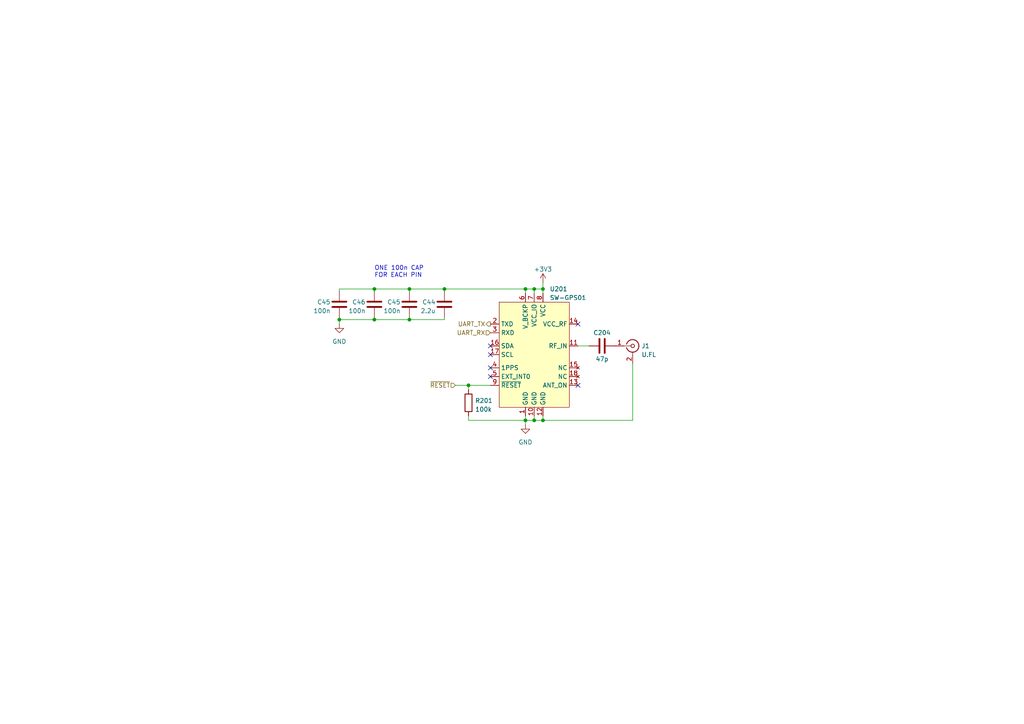
<source format=kicad_sch>
(kicad_sch (version 20230121) (generator eeschema)
  (paper "A4")
  (title_block (title "GPS") (date "2023-06-05"))
  (lib_symbols
    (symbol "Capstone:SW-GPS01"
      (property "Reference" "U" (at 7.62 17.78 0))
      (property "Value" "SW-GPS01" (at 10.16 -15.24 0))
      (symbol "SW-GPS01_1_1"
        (rectangle (start -8.89 16.51) (end 11.43 -13.97) (fill (type background)))
        (pin power_in line (at -1.27 -16.51 90) (length 2.54) (name "GND") (number "1"))
        (pin power_in line (at 1.27 -16.51 90) (length 2.54) (name "GND") (number "10"))
        (pin input line (at 13.97 3.81 180) (length 2.54) (name "RF_IN") (number "11"))
        (pin power_in line (at 3.81 -16.51 90) (length 2.54) (name "GND") (number "12"))
        (pin output line (at 13.97 -7.62 180) (length 2.54) (name "ANT_ON") (number "13"))
        (pin power_out line (at 13.97 10.16 180) (length 2.54) (name "VCC_RF") (number "14"))
        (pin no_connect line (at 13.97 -2.54 180) (length 2.54) (name "NC") (number "15"))
        (pin bidirectional line (at -11.43 3.81 0) (length 2.54) (name "SDA") (number "16"))
        (pin bidirectional line (at -11.43 1.27 0) (length 2.54) (name "SCL") (number "17"))
        (pin no_connect line (at 13.97 -5.08 180) (length 2.54) (name "NC") (number "18"))
        (pin output line (at -11.43 10.16 0) (length 2.54) (name "TXD") (number "2"))
        (pin input line (at -11.43 7.62 0) (length 2.54) (name "RXD") (number "3"))
        (pin output line (at -11.43 -2.54 0) (length 2.54) (name "1PPS") (number "4"))
        (pin input line (at -11.43 -5.08 0) (length 2.54) (name "EXT_INT0") (number "5"))
        (pin power_in line (at -1.27 19.05 270) (length 2.54) (name "V_BCKP") (number "6"))
        (pin power_in line (at 1.27 19.05 270) (length 2.54) (name "VCC_IO") (number "7"))
        (pin power_in line (at 3.81 19.05 270) (length 2.54) (name "VCC") (number "8"))
        (pin input line (at -11.43 -7.62 0) (length 2.54) (name "~{RESET}") (number "9"))
      )
    )
    (symbol "Connector:Conn_Coaxial" (pin_names (offset 1.016) hide)
      (property "Reference" "J" (at 0.254 3.048 0))
      (property "Value" "Conn_Coaxial" (at 2.921 0 90))
      (symbol "Conn_Coaxial_0_1"
        (arc (start -1.778 -0.508) (mid 0.2311 -1.8066) (end 1.778 0) (stroke (width 0.254)))
        (polyline (pts (xy -2.54 0) (xy -0.508 0)))
        (polyline (pts (xy 0 -2.54) (xy 0 -1.778)))
        (circle (center 0 0) (radius 0.508) (stroke (width 0.2032)))
        (arc (start 1.778 0) (mid 0.2099 1.8101) (end -1.778 0.508) (stroke (width 0.254)))
      )
      (symbol "Conn_Coaxial_1_1"
        (pin passive line (at -5.08 0 0) (length 2.54) (name "In") (number "1"))
        (pin passive line (at 0 -5.08 90) (length 2.54) (name "Ext") (number "2"))
      )
    )
    (symbol "Device:C" (pin_numbers hide) (pin_names (offset 0.254))
      (property "Reference" "C" (at 0.635 2.54 0))
      (property "Value" "C" (at 0.635 -2.54 0))
      (symbol "C_0_1"
        (polyline (pts (xy -2.032 -0.762) (xy 2.032 -0.762)) (stroke (width 0.508)))
        (polyline (pts (xy -2.032 0.762) (xy 2.032 0.762)) (stroke (width 0.508)))
      )
      (symbol "C_1_1"
        (pin passive line (at 0 3.81 270) (length 2.794) (name "~") (number "1"))
        (pin passive line (at 0 -3.81 90) (length 2.794) (name "~") (number "2"))
      )
    )
    (symbol "Device:R" (pin_numbers hide) (pin_names (offset 0))
      (property "Reference" "R" (at 2.032 0 90))
      (property "Value" "R" (at 0 0 90))
      (symbol "R_0_1"
        (rectangle (start -1.016 -2.54) (end 1.016 2.54) (stroke (width 0.254)))
      )
      (symbol "R_1_1"
        (pin passive line (at 0 3.81 270) (length 1.27) (name "~") (number "1"))
        (pin passive line (at 0 -3.81 90) (length 1.27) (name "~") (number "2"))
      )
    )
    (symbol "power:+3V3" (power) (pin_names (offset 0))
      (property "Value" "+3V3" (at 0 3.556 0))
      (symbol "+3V3_0_1"
        (polyline (pts (xy -0.762 1.27) (xy 0 2.54)))
        (polyline (pts (xy 0 0) (xy 0 2.54)))
        (polyline (pts (xy 0 2.54) (xy 0.762 1.27)))
      )
      (symbol "+3V3_1_1"
        (pin power_in line (at 0 0 90) (length 0) hide (name "+3V3") (number "1"))
      )
    )
    (symbol "power:GND" (power) (pin_names (offset 0))
      (property "Value" "GND" (at 0 -3.81 0))
      (symbol "GND_0_1"
        (polyline (pts (xy 0 0) (xy 0 -1.27) (xy 1.27 -1.27) (xy 0 -2.54) (xy -1.27 -1.27) (xy 0 -1.27)))
      )
      (symbol "GND_1_1"
        (pin power_in line (at 0 0 270) (length 0) hide (name "GND") (number "1"))
      )
    )
  )
  (junction (at 118.745 92.71))
  (junction (at 128.905 83.82))
  (junction (at 108.585 92.71))
  (junction (at 152.4 83.82))
  (junction (at 108.585 83.82))
  (junction (at 135.89 111.76))
  (junction (at 152.4 121.92))
  (junction (at 154.94 83.82))
  (junction (at 154.94 121.92))
  (junction (at 157.48 83.82))
  (junction (at 98.425 92.71))
  (junction (at 157.48 121.92))
  (junction (at 118.745 83.82))
  (no_connect (at 142.24 109.22))
  (no_connect (at 142.24 102.87))
  (no_connect (at 142.24 106.68))
  (no_connect (at 167.64 93.98))
  (no_connect (at 142.24 100.33))
  (no_connect (at 167.64 111.76))
  (wire (pts (xy 135.89 111.76) (xy 132.08 111.76)))
  (wire (pts (xy 108.585 92.71) (xy 118.745 92.71)))
  (wire (pts (xy 157.48 83.82) (xy 157.48 85.09)))
  (wire (pts (xy 152.4 121.92) (xy 135.89 121.92)))
  (wire (pts (xy 118.745 83.82) (xy 118.745 84.455)))
  (wire (pts (xy 157.48 83.82) (xy 154.94 83.82)))
  (wire (pts (xy 128.905 83.82) (xy 152.4 83.82)))
  (wire (pts (xy 135.89 120.65) (xy 135.89 121.92)))
  (wire (pts (xy 108.585 92.075) (xy 108.585 92.71)))
  (wire (pts (xy 108.585 83.82) (xy 118.745 83.82)))
  (wire (pts (xy 154.94 83.82) (xy 154.94 85.09)))
  (wire (pts (xy 128.905 84.455) (xy 128.905 83.82)))
  (wire (pts (xy 98.425 92.71) (xy 98.425 92.075)))
  (wire (pts (xy 152.4 121.92) (xy 152.4 120.65)))
  (wire (pts (xy 128.905 92.075) (xy 128.905 92.71)))
  (wire (pts (xy 118.745 92.71) (xy 118.745 92.075)))
  (wire (pts (xy 98.425 92.71) (xy 108.585 92.71)))
  (wire (pts (xy 108.585 83.82) (xy 108.585 84.455)))
  (wire (pts (xy 167.64 100.33) (xy 170.815 100.33)))
  (wire (pts (xy 157.48 120.65) (xy 157.48 121.92)))
  (wire (pts (xy 98.425 92.71) (xy 98.425 93.98)))
  (wire (pts (xy 152.4 121.92) (xy 152.4 123.19)))
  (wire (pts (xy 157.48 81.915) (xy 157.48 83.82)))
  (wire (pts (xy 128.905 92.71) (xy 118.745 92.71)))
  (wire (pts (xy 154.94 120.65) (xy 154.94 121.92)))
  (wire (pts (xy 183.515 105.41) (xy 183.515 121.92)))
  (wire (pts (xy 118.745 83.82) (xy 128.905 83.82)))
  (wire (pts (xy 135.89 111.76) (xy 135.89 113.03)))
  (wire (pts (xy 183.515 121.92) (xy 157.48 121.92)))
  (wire (pts (xy 152.4 83.82) (xy 152.4 85.09)))
  (wire (pts (xy 154.94 121.92) (xy 152.4 121.92)))
  (wire (pts (xy 98.425 83.82) (xy 108.585 83.82)))
  (wire (pts (xy 135.89 111.76) (xy 142.24 111.76)))
  (wire (pts (xy 154.94 83.82) (xy 152.4 83.82)))
  (wire (pts (xy 157.48 121.92) (xy 154.94 121.92)))
  (wire (pts (xy 98.425 84.455) (xy 98.425 83.82)))
  (text "ONE 100n CAP\nFOR EACH PIN" (at 108.585 80.645 0) (effects (font (size 1.27 1.27)) (justify left bottom)))
  (hierarchical_label "~{RESET}" (shape input) (at 132.08 111.76 180))
  (hierarchical_label "UART_TX" (shape output) (at 142.24 93.98 180))
  (hierarchical_label "UART_RX" (shape input) (at 142.24 96.52 180))
  (symbol (lib_id "power:+3V3") (at 157.48 81.915 0) (mirror y) (unit 1)
    (property "Reference" "#PWR031" (effects hide))
    (property "Value" "+3V3" (at 157.48 78.105 0))
    (instances (project "low-power" (path "" (reference "#PWR031") (unit 1)) (path "" (reference "#PWR0202") (unit 1))))
  )
  (symbol (lib_id "Device:C") (at 128.905 88.265 0) (mirror y) (unit 1)
    (property "Reference" "C44" (at 126.365 87.63 0) (effects (justify left)))
    (property "Value" "2.2u" (at 126.365 90.17 0) (effects (justify left)))
    (property "Footprint" "Capacitor_SMD:C_0402_1005Metric" (effects hide))
    (instances (project "low-power" (path "" (reference "C44") (unit 1)) (path "" (reference "C203") (unit 1))))
  )
  (symbol (lib_id "Connector:Conn_Coaxial") (at 183.515 100.33 0) (unit 1)
    (property "Reference" "J1" (at 186.055 100.33 0) (effects (justify left)))
    (property "Value" "U.FL" (at 186.055 102.87 0) (effects (justify left)))
    (property "Footprint" "capstone:U.FL-R-SMT-1(60)" (effects hide))
    (property "Datasheet" " ~" (effects hide))
    (instances (project "low-power" (path "" (reference "J1") (unit 1)) (path "" (reference "J401") (unit 1)) (path "" (reference "J201") (unit 1))))
  )
  (symbol (lib_id "Device:C") (at 174.625 100.33 90) (unit 1)
    (property "Reference" "C204" (at 174.625 96.52 90))
    (property "Value" "47p" (at 174.625 104.14 90))
    (property "Footprint" "Capacitor_SMD:C_0402_1005Metric" (effects hide))
  )
  (symbol (lib_id "Device:C") (at 108.585 88.265 0) (mirror y) (unit 1)
    (property "Reference" "C46" (at 106.045 87.63 0) (effects (justify left)))
    (property "Value" "100n" (at 106.045 90.17 0) (effects (justify left)))
    (property "Footprint" "Capacitor_SMD:C_0201_0603Metric" (effects hide))
    (instances (project "low-power" (path "" (reference "C46") (unit 1)) (path "" (reference "C201") (unit 1))))
  )
  (symbol (lib_id "Capstone:SW-GPS01") (at 153.67 104.14 0) (unit 1)
    (property "Reference" "U201" (at 159.4359 83.82 0) (effects (justify left)))
    (property "Value" "SW-GPS01" (at 159.4359 86.36 0) (effects (justify left)))
    (property "Footprint" "capstone:SW-GPS01" (effects hide))
  )
  (symbol (lib_id "Device:C") (at 98.425 88.265 0) (mirror y) (unit 1)
    (property "Reference" "C45" (at 95.885 87.63 0) (effects (justify left)))
    (property "Value" "100n" (at 95.885 90.17 0) (effects (justify left)))
    (property "Footprint" "Capacitor_SMD:C_0201_0603Metric" (effects hide))
    (instances (project "low-power" (path "" (reference "C45") (unit 1)) (path "" (reference "C205") (unit 1))))
  )
  (symbol (lib_id "power:GND") (at 98.425 93.98 0) (unit 1)
    (property "Reference" "#PWR0201" (effects hide))
    (property "Value" "GND" (at 98.425 99.06 0))
  )
  (symbol (lib_id "power:GND") (at 152.4 123.19 0) (unit 1)
    (property "Reference" "#PWR0203" (effects hide))
    (property "Value" "GND" (at 152.4 128.27 0))
  )
  (symbol (lib_id "Device:R") (at 135.89 116.84 0) (unit 1)
    (property "Reference" "R201" (at 137.795 116.205 0) (effects (justify left)))
    (property "Value" "100k" (at 137.795 118.745 0) (effects (justify left)))
    (property "Footprint" "Resistor_SMD:R_0201_0603Metric" (effects hide))
  )
  (symbol (lib_id "Device:C") (at 118.745 88.265 0) (mirror y) (unit 1)
    (property "Reference" "C45" (at 116.205 87.63 0) (effects (justify left)))
    (property "Value" "100n" (at 116.205 90.17 0) (effects (justify left)))
    (property "Footprint" "Capacitor_SMD:C_0201_0603Metric" (effects hide))
    (instances (project "low-power" (path "" (reference "C45") (unit 1)) (path "" (reference "C202") (unit 1))))
  )
)
</source>
